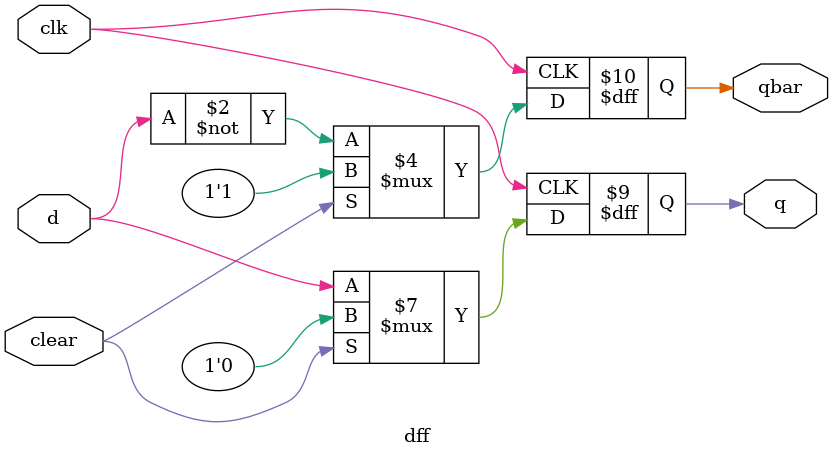
<source format=v>
module dff(input d,clk,clear, output reg q, output reg qbar);
always @ (posedge clk)
begin
    if(clear) begin
        q<=0;
        qbar<=1;
    end
    else begin 
        q<=d;
        qbar<=~d;
    end
end
endmodule
</source>
